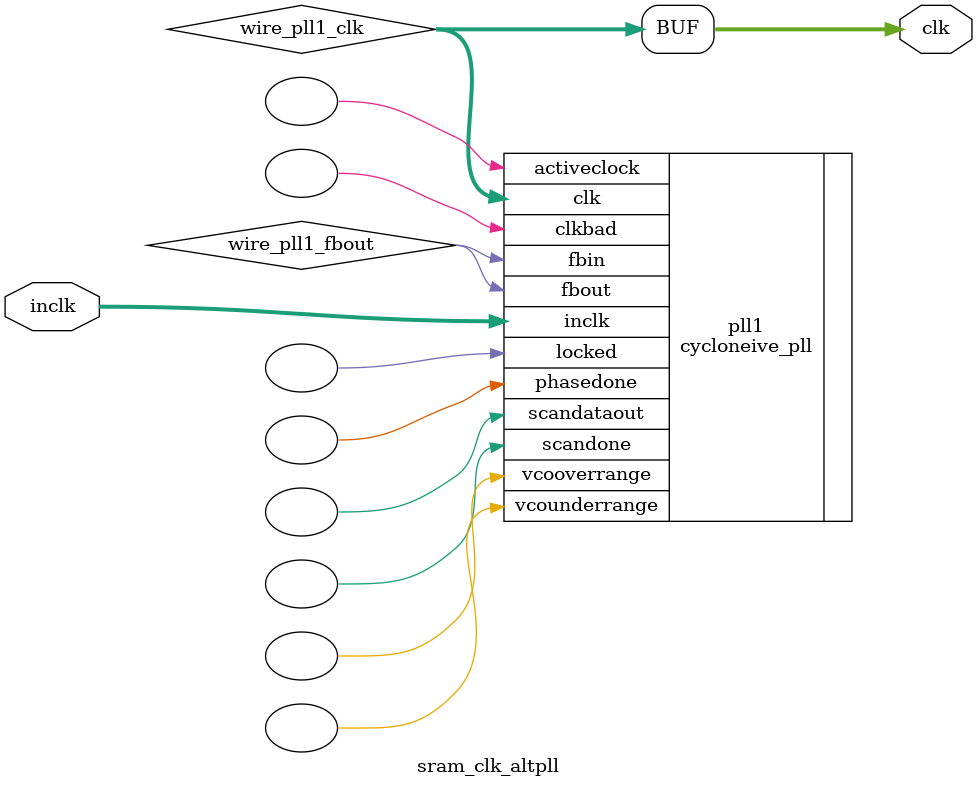
<source format=v>






//synthesis_resources = cycloneive_pll 1 
//synopsys translate_off
`timescale 1 ps / 1 ps
//synopsys translate_on
module  sram_clk_altpll
	( 
	clk,
	inclk) /* synthesis synthesis_clearbox=1 */;
	output   [4:0]  clk;
	input   [1:0]  inclk;
`ifndef ALTERA_RESERVED_QIS
// synopsys translate_off
`endif
	tri0   [1:0]  inclk;
`ifndef ALTERA_RESERVED_QIS
// synopsys translate_on
`endif

	wire  [4:0]   wire_pll1_clk;
	wire  wire_pll1_fbout;

	cycloneive_pll   pll1
	( 
	.activeclock(),
	.clk(wire_pll1_clk),
	.clkbad(),
	.fbin(wire_pll1_fbout),
	.fbout(wire_pll1_fbout),
	.inclk(inclk),
	.locked(),
	.phasedone(),
	.scandataout(),
	.scandone(),
	.vcooverrange(),
	.vcounderrange()
	`ifndef FORMAL_VERIFICATION
	// synopsys translate_off
	`endif
	,
	.areset(1'b0),
	.clkswitch(1'b0),
	.configupdate(1'b0),
	.pfdena(1'b1),
	.phasecounterselect({3{1'b0}}),
	.phasestep(1'b0),
	.phaseupdown(1'b0),
	.scanclk(1'b0),
	.scanclkena(1'b1),
	.scandata(1'b0)
	`ifndef FORMAL_VERIFICATION
	// synopsys translate_on
	`endif
	);
	defparam
		pll1.bandwidth_type = "auto",
		pll1.clk0_divide_by = 1,
		pll1.clk0_duty_cycle = 50,
		pll1.clk0_multiply_by = 2,
		pll1.clk0_phase_shift = "0",
		pll1.compensate_clock = "clk0",
		pll1.inclk0_input_frequency = 20000,
		pll1.operation_mode = "normal",
		pll1.pll_type = "auto",
		pll1.lpm_type = "cycloneive_pll";
	assign
		clk = {wire_pll1_clk[4:0]};
endmodule //sram_clk_altpll
//VALID FILE

</source>
